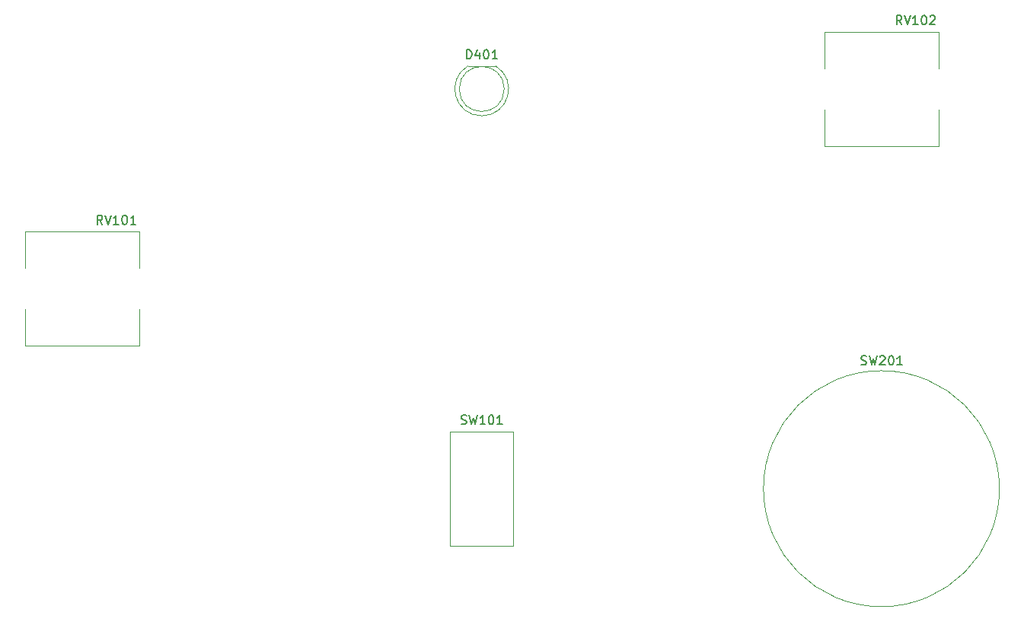
<source format=gto>
G04 #@! TF.GenerationSoftware,KiCad,Pcbnew,6.0.5+dfsg-1~bpo11+1*
G04 #@! TF.CreationDate,2022-07-21T21:01:22+00:00*
G04 #@! TF.ProjectId,mod_osc_board,6d6f645f-6f73-4635-9f62-6f6172642e6b,0*
G04 #@! TF.SameCoordinates,Original*
G04 #@! TF.FileFunction,Legend,Top*
G04 #@! TF.FilePolarity,Positive*
%FSLAX46Y46*%
G04 Gerber Fmt 4.6, Leading zero omitted, Abs format (unit mm)*
G04 Created by KiCad (PCBNEW 6.0.5+dfsg-1~bpo11+1) date 2022-07-21 21:01:22*
%MOMM*%
%LPD*%
G01*
G04 APERTURE LIST*
%ADD10C,0.150000*%
%ADD11C,0.120000*%
%ADD12C,2.500000*%
%ADD13O,2.720000X4.000000*%
%ADD14R,1.800000X1.800000*%
%ADD15C,1.800000*%
%ADD16O,2.800000X2.800000*%
%ADD17R,1.600000X1.600000*%
%ADD18C,1.600000*%
%ADD19C,1.440000*%
%ADD20C,2.000000*%
%ADD21O,1.740000X2.190000*%
%ADD22O,2.190000X1.740000*%
%ADD23C,2.600000*%
%ADD24C,1.700000*%
G04 APERTURE END LIST*
D10*
X147320285Y-113287561D02*
X147463142Y-113335180D01*
X147701238Y-113335180D01*
X147796476Y-113287561D01*
X147844095Y-113239942D01*
X147891714Y-113144704D01*
X147891714Y-113049466D01*
X147844095Y-112954228D01*
X147796476Y-112906609D01*
X147701238Y-112858990D01*
X147510761Y-112811371D01*
X147415523Y-112763752D01*
X147367904Y-112716133D01*
X147320285Y-112620895D01*
X147320285Y-112525657D01*
X147367904Y-112430419D01*
X147415523Y-112382800D01*
X147510761Y-112335180D01*
X147748857Y-112335180D01*
X147891714Y-112382800D01*
X148225047Y-112335180D02*
X148463142Y-113335180D01*
X148653619Y-112620895D01*
X148844095Y-113335180D01*
X149082190Y-112335180D01*
X149986952Y-113335180D02*
X149415523Y-113335180D01*
X149701238Y-113335180D02*
X149701238Y-112335180D01*
X149606000Y-112478038D01*
X149510761Y-112573276D01*
X149415523Y-112620895D01*
X150606000Y-112335180D02*
X150701238Y-112335180D01*
X150796476Y-112382800D01*
X150844095Y-112430419D01*
X150891714Y-112525657D01*
X150939333Y-112716133D01*
X150939333Y-112954228D01*
X150891714Y-113144704D01*
X150844095Y-113239942D01*
X150796476Y-113287561D01*
X150701238Y-113335180D01*
X150606000Y-113335180D01*
X150510761Y-113287561D01*
X150463142Y-113239942D01*
X150415523Y-113144704D01*
X150367904Y-112954228D01*
X150367904Y-112716133D01*
X150415523Y-112525657D01*
X150463142Y-112430419D01*
X150510761Y-112382800D01*
X150606000Y-112335180D01*
X151891714Y-113335180D02*
X151320285Y-113335180D01*
X151606000Y-113335180D02*
X151606000Y-112335180D01*
X151510761Y-112478038D01*
X151415523Y-112573276D01*
X151320285Y-112620895D01*
X107418380Y-91110180D02*
X107085047Y-90633990D01*
X106846952Y-91110180D02*
X106846952Y-90110180D01*
X107227904Y-90110180D01*
X107323142Y-90157800D01*
X107370761Y-90205419D01*
X107418380Y-90300657D01*
X107418380Y-90443514D01*
X107370761Y-90538752D01*
X107323142Y-90586371D01*
X107227904Y-90633990D01*
X106846952Y-90633990D01*
X107704095Y-90110180D02*
X108037428Y-91110180D01*
X108370761Y-90110180D01*
X109227904Y-91110180D02*
X108656476Y-91110180D01*
X108942190Y-91110180D02*
X108942190Y-90110180D01*
X108846952Y-90253038D01*
X108751714Y-90348276D01*
X108656476Y-90395895D01*
X109846952Y-90110180D02*
X109942190Y-90110180D01*
X110037428Y-90157800D01*
X110085047Y-90205419D01*
X110132666Y-90300657D01*
X110180285Y-90491133D01*
X110180285Y-90729228D01*
X110132666Y-90919704D01*
X110085047Y-91014942D01*
X110037428Y-91062561D01*
X109942190Y-91110180D01*
X109846952Y-91110180D01*
X109751714Y-91062561D01*
X109704095Y-91014942D01*
X109656476Y-90919704D01*
X109608857Y-90729228D01*
X109608857Y-90491133D01*
X109656476Y-90300657D01*
X109704095Y-90205419D01*
X109751714Y-90157800D01*
X109846952Y-90110180D01*
X111132666Y-91110180D02*
X110561238Y-91110180D01*
X110846952Y-91110180D02*
X110846952Y-90110180D01*
X110751714Y-90253038D01*
X110656476Y-90348276D01*
X110561238Y-90395895D01*
X191795685Y-106683561D02*
X191938542Y-106731180D01*
X192176638Y-106731180D01*
X192271876Y-106683561D01*
X192319495Y-106635942D01*
X192367114Y-106540704D01*
X192367114Y-106445466D01*
X192319495Y-106350228D01*
X192271876Y-106302609D01*
X192176638Y-106254990D01*
X191986161Y-106207371D01*
X191890923Y-106159752D01*
X191843304Y-106112133D01*
X191795685Y-106016895D01*
X191795685Y-105921657D01*
X191843304Y-105826419D01*
X191890923Y-105778800D01*
X191986161Y-105731180D01*
X192224257Y-105731180D01*
X192367114Y-105778800D01*
X192700447Y-105731180D02*
X192938542Y-106731180D01*
X193129019Y-106016895D01*
X193319495Y-106731180D01*
X193557590Y-105731180D01*
X193890923Y-105826419D02*
X193938542Y-105778800D01*
X194033780Y-105731180D01*
X194271876Y-105731180D01*
X194367114Y-105778800D01*
X194414733Y-105826419D01*
X194462352Y-105921657D01*
X194462352Y-106016895D01*
X194414733Y-106159752D01*
X193843304Y-106731180D01*
X194462352Y-106731180D01*
X195081400Y-105731180D02*
X195176638Y-105731180D01*
X195271876Y-105778800D01*
X195319495Y-105826419D01*
X195367114Y-105921657D01*
X195414733Y-106112133D01*
X195414733Y-106350228D01*
X195367114Y-106540704D01*
X195319495Y-106635942D01*
X195271876Y-106683561D01*
X195176638Y-106731180D01*
X195081400Y-106731180D01*
X194986161Y-106683561D01*
X194938542Y-106635942D01*
X194890923Y-106540704D01*
X194843304Y-106350228D01*
X194843304Y-106112133D01*
X194890923Y-105921657D01*
X194938542Y-105826419D01*
X194986161Y-105778800D01*
X195081400Y-105731180D01*
X196367114Y-106731180D02*
X195795685Y-106731180D01*
X196081400Y-106731180D02*
X196081400Y-105731180D01*
X195986161Y-105874038D01*
X195890923Y-105969276D01*
X195795685Y-106016895D01*
X196318380Y-68885180D02*
X195985047Y-68408990D01*
X195746952Y-68885180D02*
X195746952Y-67885180D01*
X196127904Y-67885180D01*
X196223142Y-67932800D01*
X196270761Y-67980419D01*
X196318380Y-68075657D01*
X196318380Y-68218514D01*
X196270761Y-68313752D01*
X196223142Y-68361371D01*
X196127904Y-68408990D01*
X195746952Y-68408990D01*
X196604095Y-67885180D02*
X196937428Y-68885180D01*
X197270761Y-67885180D01*
X198127904Y-68885180D02*
X197556476Y-68885180D01*
X197842190Y-68885180D02*
X197842190Y-67885180D01*
X197746952Y-68028038D01*
X197651714Y-68123276D01*
X197556476Y-68170895D01*
X198746952Y-67885180D02*
X198842190Y-67885180D01*
X198937428Y-67932800D01*
X198985047Y-67980419D01*
X199032666Y-68075657D01*
X199080285Y-68266133D01*
X199080285Y-68504228D01*
X199032666Y-68694704D01*
X198985047Y-68789942D01*
X198937428Y-68837561D01*
X198842190Y-68885180D01*
X198746952Y-68885180D01*
X198651714Y-68837561D01*
X198604095Y-68789942D01*
X198556476Y-68694704D01*
X198508857Y-68504228D01*
X198508857Y-68266133D01*
X198556476Y-68075657D01*
X198604095Y-67980419D01*
X198651714Y-67932800D01*
X198746952Y-67885180D01*
X199461238Y-67980419D02*
X199508857Y-67932800D01*
X199604095Y-67885180D01*
X199842190Y-67885180D01*
X199937428Y-67932800D01*
X199985047Y-67980419D01*
X200032666Y-68075657D01*
X200032666Y-68170895D01*
X199985047Y-68313752D01*
X199413619Y-68885180D01*
X200032666Y-68885180D01*
X147915523Y-72695180D02*
X147915523Y-71695180D01*
X148153619Y-71695180D01*
X148296476Y-71742800D01*
X148391714Y-71838038D01*
X148439333Y-71933276D01*
X148486952Y-72123752D01*
X148486952Y-72266609D01*
X148439333Y-72457085D01*
X148391714Y-72552323D01*
X148296476Y-72647561D01*
X148153619Y-72695180D01*
X147915523Y-72695180D01*
X149344095Y-72028514D02*
X149344095Y-72695180D01*
X149106000Y-71647561D02*
X148867904Y-72361847D01*
X149486952Y-72361847D01*
X150058380Y-71695180D02*
X150153619Y-71695180D01*
X150248857Y-71742800D01*
X150296476Y-71790419D01*
X150344095Y-71885657D01*
X150391714Y-72076133D01*
X150391714Y-72314228D01*
X150344095Y-72504704D01*
X150296476Y-72599942D01*
X150248857Y-72647561D01*
X150153619Y-72695180D01*
X150058380Y-72695180D01*
X149963142Y-72647561D01*
X149915523Y-72599942D01*
X149867904Y-72504704D01*
X149820285Y-72314228D01*
X149820285Y-72076133D01*
X149867904Y-71885657D01*
X149915523Y-71790419D01*
X149963142Y-71742800D01*
X150058380Y-71695180D01*
X151344095Y-72695180D02*
X150772666Y-72695180D01*
X151058380Y-72695180D02*
X151058380Y-71695180D01*
X150963142Y-71838038D01*
X150867904Y-71933276D01*
X150772666Y-71980895D01*
D11*
X153106000Y-126852800D02*
X146106000Y-126852800D01*
X146106000Y-114152800D02*
X153106000Y-114152800D01*
X146106000Y-126852800D02*
X146106000Y-114152800D01*
X153106000Y-114152800D02*
X153106000Y-126852800D01*
X98806000Y-95991800D02*
X98806000Y-91927800D01*
X98806000Y-91927800D02*
X111506000Y-91927800D01*
X98806000Y-104627800D02*
X111506000Y-104627800D01*
X111506000Y-100563800D02*
X111506000Y-104627800D01*
X98806000Y-104627800D02*
X98806000Y-100563800D01*
X111506000Y-95991800D02*
X111506000Y-91927800D01*
X207176000Y-120502800D02*
G75*
G03*
X207176000Y-120502800I-13120000J0D01*
G01*
X200406000Y-78338800D02*
X200406000Y-82402800D01*
X187706000Y-82402800D02*
X200406000Y-82402800D01*
X200406000Y-73766800D02*
X200406000Y-69702800D01*
X187706000Y-73766800D02*
X187706000Y-69702800D01*
X187706000Y-69702800D02*
X200406000Y-69702800D01*
X187706000Y-82402800D02*
X187706000Y-78338800D01*
X151151000Y-73492800D02*
X148061000Y-73492800D01*
X149605538Y-79042800D02*
G75*
G03*
X151150830Y-73492800I462J2990000D01*
G01*
X148061170Y-73492800D02*
G75*
G03*
X149606462Y-79042800I1544830J-2560000D01*
G01*
X152106000Y-76052800D02*
G75*
G03*
X152106000Y-76052800I-2500000J0D01*
G01*
%LPC*%
D12*
X149606000Y-125202800D03*
X149606000Y-120502800D03*
X149606000Y-115802800D03*
D13*
X111252000Y-98277800D03*
X99060000Y-98277800D03*
D14*
X102616000Y-105897800D03*
D15*
X105116000Y-105897800D03*
X107616000Y-105897800D03*
D16*
X184529721Y-115002801D03*
X188556000Y-110976521D03*
X194056000Y-109502800D03*
X199555999Y-110976521D03*
X203582279Y-115002801D03*
X205056000Y-120502800D03*
X203582279Y-126002800D03*
X199556000Y-130029079D03*
X194056000Y-131502800D03*
X188556000Y-130029079D03*
X184529721Y-126002800D03*
X183056000Y-120502800D03*
X192056000Y-117038698D03*
D13*
X187960000Y-76052800D03*
X200152000Y-76052800D03*
D14*
X191516000Y-83672800D03*
D15*
X194016000Y-83672800D03*
X196516000Y-83672800D03*
D14*
X149606000Y-74782800D03*
D15*
X149606000Y-77322800D03*
D17*
X125439800Y-113848000D03*
D18*
X122939800Y-113848000D03*
D19*
X152999600Y-110698400D03*
X155539600Y-110698400D03*
X158079600Y-110698400D03*
D20*
X149606000Y-130662800D03*
G36*
G01*
X177146000Y-66337800D02*
X177146000Y-68027800D01*
G75*
G02*
X176896000Y-68277800I-250000J0D01*
G01*
X175656000Y-68277800D01*
G75*
G02*
X175406000Y-68027800I0J250000D01*
G01*
X175406000Y-66337800D01*
G75*
G02*
X175656000Y-66087800I250000J0D01*
G01*
X176896000Y-66087800D01*
G75*
G02*
X177146000Y-66337800I0J-250000D01*
G01*
G37*
D21*
X173736000Y-67182800D03*
X171196000Y-67182800D03*
D20*
X142621000Y-130662800D03*
D19*
X163169600Y-110698400D03*
X165709600Y-110698400D03*
X168249600Y-110698400D03*
X173355000Y-110698400D03*
X175895000Y-110698400D03*
X178435000Y-110698400D03*
G36*
G01*
X92881000Y-101852800D02*
X94571000Y-101852800D01*
G75*
G02*
X94821000Y-102102800I0J-250000D01*
G01*
X94821000Y-103342800D01*
G75*
G02*
X94571000Y-103592800I-250000J0D01*
G01*
X92881000Y-103592800D01*
G75*
G02*
X92631000Y-103342800I0J250000D01*
G01*
X92631000Y-102102800D01*
G75*
G02*
X92881000Y-101852800I250000J0D01*
G01*
G37*
D22*
X93726000Y-105262800D03*
D20*
X102616000Y-111612800D03*
X112141000Y-80497800D03*
D17*
X117779800Y-113848000D03*
D18*
X115279800Y-113848000D03*
D23*
X125222000Y-105262800D03*
X132842000Y-105262800D03*
G36*
G01*
X92881000Y-84072800D02*
X94571000Y-84072800D01*
G75*
G02*
X94821000Y-84322800I0J-250000D01*
G01*
X94821000Y-85562800D01*
G75*
G02*
X94571000Y-85812800I-250000J0D01*
G01*
X92881000Y-85812800D01*
G75*
G02*
X92631000Y-85562800I0J250000D01*
G01*
X92631000Y-84322800D01*
G75*
G02*
X92881000Y-84072800I250000J0D01*
G01*
G37*
D22*
X93726000Y-87482800D03*
G36*
G01*
X123806000Y-66317800D02*
X123806000Y-68007800D01*
G75*
G02*
X123556000Y-68257800I-250000J0D01*
G01*
X122316000Y-68257800D01*
G75*
G02*
X122066000Y-68007800I0J250000D01*
G01*
X122066000Y-66317800D01*
G75*
G02*
X122316000Y-66067800I250000J0D01*
G01*
X123556000Y-66067800D01*
G75*
G02*
X123806000Y-66317800I0J-250000D01*
G01*
G37*
D21*
X120396000Y-67162800D03*
X117856000Y-67162800D03*
G36*
G01*
X104756000Y-66317800D02*
X104756000Y-68007800D01*
G75*
G02*
X104506000Y-68257800I-250000J0D01*
G01*
X103266000Y-68257800D01*
G75*
G02*
X103016000Y-68007800I0J250000D01*
G01*
X103016000Y-66317800D01*
G75*
G02*
X103266000Y-66067800I250000J0D01*
G01*
X104506000Y-66067800D01*
G75*
G02*
X104756000Y-66317800I0J-250000D01*
G01*
G37*
X101346000Y-67162800D03*
D20*
X115316000Y-102214800D03*
X141351000Y-76687800D03*
G36*
G01*
X114716000Y-124732800D02*
X115916000Y-124732800D01*
G75*
G02*
X116166000Y-124982800I0J-250000D01*
G01*
X116166000Y-126182800D01*
G75*
G02*
X115916000Y-126432800I-250000J0D01*
G01*
X114716000Y-126432800D01*
G75*
G02*
X114466000Y-126182800I0J250000D01*
G01*
X114466000Y-124982800D01*
G75*
G02*
X114716000Y-124732800I250000J0D01*
G01*
G37*
D24*
X115316000Y-128122800D03*
X117856000Y-125582800D03*
X117856000Y-128122800D03*
X120396000Y-125582800D03*
X120396000Y-128122800D03*
X122936000Y-125582800D03*
X122936000Y-128122800D03*
X125476000Y-125582800D03*
X125476000Y-128122800D03*
D20*
X132842000Y-113898800D03*
M02*

</source>
